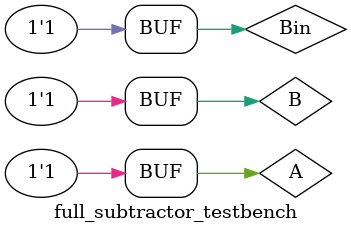
<source format=v>
`include "full_subtractor.v"
module full_subtractor_testbench;
	reg A, B, Bin;
	wire D, Bout; 
	full_subtractor instance0(A, B, Bin, D, Bout);
	initial begin
		A = 0; B = 0; Bin = 0;
		#1 A = 0; B = 0; Bin = 1;
		#1 A = 0; B = 1; Bin = 0;
		#1 A = 0; B = 1; Bin = 1;
        #1 A = 1; B = 0; Bin = 0;
		#1 A = 1; B = 0; Bin = 1;
		#1 A = 1; B = 1; Bin = 0;
		#1 A = 1; B = 1; Bin = 1;
	end
	initial begin
		$monitor("%t | A = %d | B = %d | Bin = %d | D = %d | Bout = %d", $time, A, B, Bin, D, Bout);
		$dumpfile("dump.vcd");
		$dumpvars();
	end
endmodule

</source>
